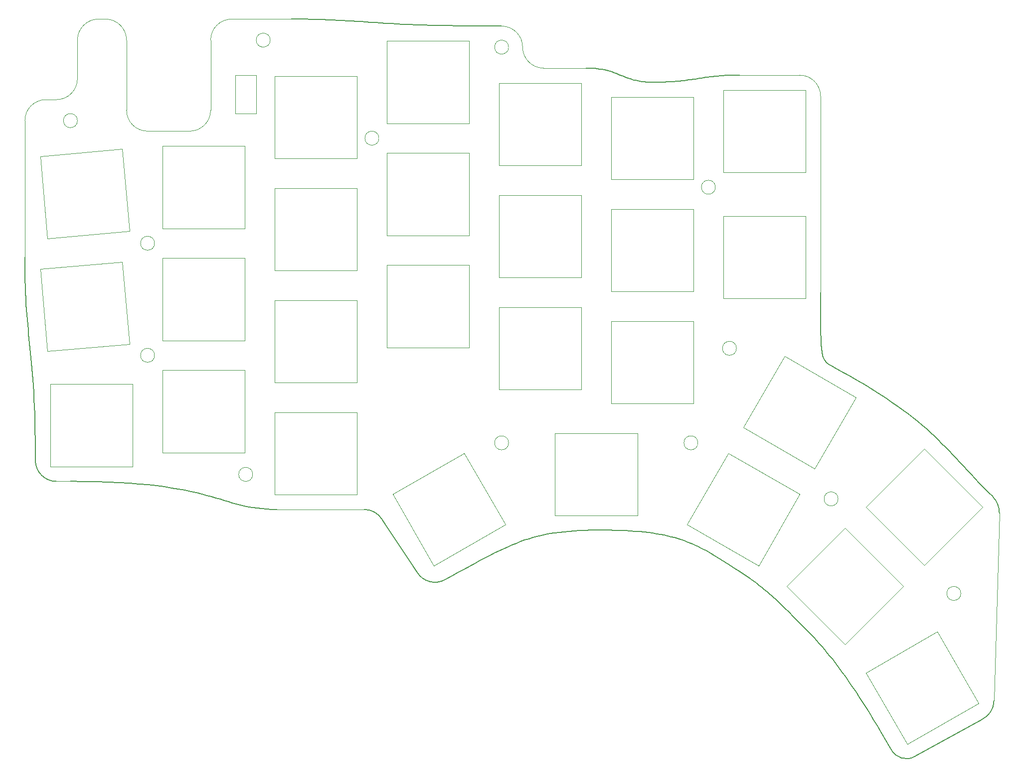
<source format=gm1>
G04 #@! TF.GenerationSoftware,KiCad,Pcbnew,7.0.5*
G04 #@! TF.CreationDate,2023-06-13T17:16:02+02:00*
G04 #@! TF.ProjectId,mykeeb_v7a5-plate,6d796b65-6562-45f7-9637-61352d706c61,rev?*
G04 #@! TF.SameCoordinates,Original*
G04 #@! TF.FileFunction,Profile,NP*
%FSLAX46Y46*%
G04 Gerber Fmt 4.6, Leading zero omitted, Abs format (unit mm)*
G04 Created by KiCad (PCBNEW 7.0.5) date 2023-06-13 17:16:02*
%MOMM*%
%LPD*%
G01*
G04 APERTURE LIST*
%ADD10C,0.160000*%
G04 #@! TA.AperFunction,Profile*
%ADD11C,0.160000*%
G04 #@! TD*
G04 #@! TA.AperFunction,Profile*
%ADD12C,0.038100*%
G04 #@! TD*
G04 #@! TA.AperFunction,Profile*
%ADD13C,0.100000*%
G04 #@! TD*
G04 #@! TA.AperFunction,Profile*
%ADD14C,0.120000*%
G04 #@! TD*
G04 APERTURE END LIST*
D10*
X149469013Y-143733231D02*
X149966221Y-144234000D01*
X150453837Y-144732589D01*
X150932733Y-145230306D01*
X151403780Y-145728459D01*
X151867851Y-146228356D01*
X152325817Y-146731306D01*
X152778552Y-147238615D01*
X153226926Y-147751593D01*
X153671812Y-148271547D01*
X154114082Y-148799786D01*
X154554608Y-149337617D01*
X154994261Y-149886348D01*
X155433915Y-150447289D01*
X155874441Y-151021745D01*
X156316711Y-151611027D01*
X156761597Y-152216441D01*
X157209971Y-152839296D01*
X157662705Y-153480900D01*
X158120672Y-154142560D01*
X158584743Y-154825586D01*
X159055790Y-155531285D01*
X159534686Y-156260965D01*
X160022302Y-157015934D01*
X160519510Y-157797500D01*
X161027183Y-158606972D01*
X161546192Y-159445657D01*
X162077410Y-160314863D01*
X162621709Y-161215899D01*
X163179960Y-162150072D01*
X163753036Y-163118691D01*
X164341809Y-164123064D01*
X164947151Y-165164499D01*
X19645329Y-116086035D02*
X19640205Y-114300786D01*
X19625272Y-112624324D01*
X19601181Y-111050327D01*
X19568589Y-109572473D01*
X19528148Y-108184439D01*
X19480513Y-106879903D01*
X19426337Y-105652542D01*
X19366276Y-104496035D01*
X19300981Y-103404058D01*
X19231109Y-102370290D01*
X19157313Y-101388409D01*
X19080246Y-100452092D01*
X19000564Y-99555017D01*
X18918919Y-98690861D01*
X18835966Y-97853302D01*
X18752359Y-97036019D01*
X18668752Y-96232687D01*
X18585799Y-95436987D01*
X18504154Y-94642594D01*
X18424472Y-93843187D01*
X18347405Y-93032444D01*
X18273609Y-92204042D01*
X18203737Y-91351659D01*
X18138442Y-90468972D01*
X18078381Y-89549660D01*
X18024205Y-88587399D01*
X17976570Y-87575869D01*
X17936129Y-86508745D01*
X17903537Y-85379707D01*
X17879446Y-84182432D01*
X17864513Y-82910597D01*
X17859390Y-81557881D01*
D11*
X19645335Y-116086035D02*
G75*
G03*
X23217207Y-119657865I3571765J-65D01*
G01*
D12*
X23217207Y-119657865D02*
X25598459Y-119657913D01*
D13*
X21431268Y-54768800D02*
G75*
G03*
X17859390Y-58340674I-8J-3571870D01*
G01*
D12*
X49410979Y-56554735D02*
X49410979Y-44648475D01*
X38695345Y-60126613D02*
X45839101Y-60126613D01*
D13*
X30360963Y-41076605D02*
G75*
G03*
X26789085Y-44648475I-13J-3571865D01*
G01*
D12*
X39885971Y-98226645D02*
G75*
G03*
X39885971Y-98226645I-1190626J0D01*
G01*
X100012584Y-113109470D02*
G75*
G03*
X100012584Y-113109470I-1190626J0D01*
G01*
D13*
X26789085Y-51196918D02*
X26789085Y-44648475D01*
D10*
X124420417Y-51792231D02*
X125123735Y-51788815D01*
X125784433Y-51778859D01*
X126405235Y-51762799D01*
X126988867Y-51741071D01*
X127538052Y-51714110D01*
X128055517Y-51682353D01*
X128543987Y-51646236D01*
X129006187Y-51606195D01*
X129444842Y-51562666D01*
X129862676Y-51516084D01*
X130262416Y-51466887D01*
X130646786Y-51415509D01*
X131018511Y-51362387D01*
X131380317Y-51307957D01*
X131734929Y-51252655D01*
X132085071Y-51196918D01*
X132433470Y-51141180D01*
X132782849Y-51085878D01*
X133135935Y-51031448D01*
X133495452Y-50978326D01*
X133864125Y-50926948D01*
X134244680Y-50877751D01*
X134639841Y-50831169D01*
X135052335Y-50787640D01*
X135484885Y-50747599D01*
X135940217Y-50711482D01*
X136421057Y-50679725D01*
X136930129Y-50652764D01*
X137470158Y-50631036D01*
X138043870Y-50614976D01*
X138653989Y-50605020D01*
X139303242Y-50601605D01*
D12*
X77986003Y-61317239D02*
G75*
G03*
X77986003Y-61317239I-1190626J0D01*
G01*
X17859390Y-58340674D02*
X17859390Y-81557881D01*
D10*
X152995441Y-87511011D02*
X152995495Y-88538656D01*
X152995877Y-89502315D01*
X152996912Y-90404277D01*
X152998929Y-91246832D01*
X153002253Y-92032268D01*
X153007213Y-92762875D01*
X153014135Y-93440941D01*
X153023346Y-94068755D01*
X153035173Y-94648608D01*
X153049943Y-95182787D01*
X153067983Y-95673582D01*
X153089621Y-96123283D01*
X153115183Y-96534177D01*
X153144995Y-96908555D01*
X153179387Y-97248706D01*
X153218683Y-97556917D01*
X153263211Y-97835480D01*
X153313299Y-98086682D01*
X153369273Y-98312813D01*
X153431461Y-98516162D01*
X153500188Y-98699018D01*
X153575783Y-98863670D01*
X153658573Y-99012408D01*
X153748884Y-99147519D01*
X153953377Y-99386022D01*
X154191880Y-99597492D01*
X154324703Y-99698812D01*
X154467009Y-99800242D01*
X154619125Y-99904069D01*
X154781380Y-100012584D01*
D13*
X45839101Y-60126619D02*
G75*
G03*
X49410979Y-56554735I-1J3571879D01*
G01*
X102393877Y-45839101D02*
G75*
G03*
X98821958Y-42267223I-3571877J1D01*
G01*
X139303242Y-50601605D02*
X147042311Y-50601605D01*
D11*
X78581316Y-126206356D02*
X84417666Y-135019586D01*
D13*
X35123467Y-56554735D02*
G75*
G03*
X38695345Y-60126613I3571873J-5D01*
G01*
D10*
X124420417Y-51792231D02*
X123933473Y-51785400D01*
X123475851Y-51765488D01*
X123045481Y-51733368D01*
X122640291Y-51689911D01*
X122258210Y-51635990D01*
X121897167Y-51572476D01*
X121555091Y-51500242D01*
X121229911Y-51420160D01*
X120919555Y-51333101D01*
X120621953Y-51239938D01*
X120335034Y-51141543D01*
X120056726Y-51038787D01*
X119784958Y-50932544D01*
X119517659Y-50823684D01*
X119252759Y-50713080D01*
X118988185Y-50601605D01*
X118721868Y-50490129D01*
X118451735Y-50379525D01*
X118175716Y-50270665D01*
X117891740Y-50164422D01*
X117597735Y-50061666D01*
X117291631Y-49963271D01*
X116971355Y-49870108D01*
X116634839Y-49783049D01*
X116280009Y-49702967D01*
X115904795Y-49630733D01*
X115507127Y-49567219D01*
X115084932Y-49513298D01*
X114636140Y-49469841D01*
X114158680Y-49437721D01*
X113650480Y-49417809D01*
X113109470Y-49410979D01*
D11*
X169068892Y-166376938D02*
X180379839Y-160139197D01*
D12*
X63103178Y-41076597D02*
X52982857Y-41076597D01*
X135136051Y-69651621D02*
G75*
G03*
X135136051Y-69651621I-1190626J0D01*
G01*
D13*
X35123503Y-44648475D02*
G75*
G03*
X31551589Y-41076597I-3571903J-25D01*
G01*
D12*
X35123467Y-44648475D02*
X35123467Y-56554735D01*
D13*
X75487943Y-124420403D02*
X60721926Y-124420417D01*
X105965714Y-49410979D02*
X113109470Y-49410979D01*
X52982857Y-41076589D02*
G75*
G03*
X49410979Y-44648475I3J-3571881D01*
G01*
D10*
X116132283Y-127928273D02*
X115041685Y-127933598D01*
X114000132Y-127949944D01*
X113004344Y-127977868D01*
X112051043Y-128017927D01*
X111136949Y-128070677D01*
X110258785Y-128136676D01*
X109413271Y-128216480D01*
X108597130Y-128310645D01*
X107807082Y-128419729D01*
X107039849Y-128544288D01*
X106292152Y-128684879D01*
X105560712Y-128842059D01*
X104842252Y-129016384D01*
X104133492Y-129208412D01*
X103431154Y-129418698D01*
X102731959Y-129647800D01*
X102032628Y-129896275D01*
X101329884Y-130164678D01*
X100620446Y-130453568D01*
X99901038Y-130763501D01*
X99168379Y-131095032D01*
X98419192Y-131448721D01*
X97650197Y-131825122D01*
X96858117Y-132224792D01*
X96039672Y-132648289D01*
X95191584Y-133096170D01*
X94310575Y-133568990D01*
X93393365Y-134067307D01*
X92436676Y-134591677D01*
X91437229Y-135142658D01*
X90391747Y-135720805D01*
X89296950Y-136326677D01*
D13*
X152995495Y-54173483D02*
G75*
G03*
X149423563Y-50601605I-3571895J-17D01*
G01*
D12*
X26789085Y-58340674D02*
G75*
G03*
X26789085Y-58340674I-1190626J0D01*
G01*
X176807961Y-138707929D02*
G75*
G03*
X176807961Y-138707929I-1190626J0D01*
G01*
D11*
X84417693Y-135019570D02*
G75*
G03*
X89296950Y-136326677I3093207J1786170D01*
G01*
D13*
X31551589Y-41076597D02*
X30360963Y-41076597D01*
D10*
X25598459Y-119657913D02*
X27870324Y-119671574D01*
X30002118Y-119711398D01*
X32000272Y-119775638D01*
X33871216Y-119862551D01*
X35621383Y-119970394D01*
X37257204Y-120097421D01*
X38785110Y-120241889D01*
X40211532Y-120402054D01*
X41542902Y-120576171D01*
X42785651Y-120762497D01*
X43946209Y-120959288D01*
X45031010Y-121164799D01*
X46046483Y-121377286D01*
X46999060Y-121595005D01*
X47895172Y-121816213D01*
X48741251Y-122039165D01*
X49543729Y-122262116D01*
X50309035Y-122483324D01*
X51043602Y-122701043D01*
X51753861Y-122913530D01*
X52446243Y-123119041D01*
X53127179Y-123315832D01*
X53803101Y-123502158D01*
X54480441Y-123676275D01*
X55165628Y-123836440D01*
X55865096Y-123980908D01*
X56585274Y-124107935D01*
X57332595Y-124215778D01*
X58113489Y-124302691D01*
X58934388Y-124366931D01*
X59801723Y-124406755D01*
X60721926Y-124420417D01*
D12*
X59531300Y-44648475D02*
G75*
G03*
X59531300Y-44648475I-1190626J0D01*
G01*
X147042311Y-50601605D02*
X149423563Y-50601605D01*
D11*
X183356377Y-125015730D02*
G75*
G03*
X182251803Y-122275750I-3950577J30D01*
G01*
D12*
X182445562Y-156900400D02*
X183356404Y-125015730D01*
X138707929Y-97036019D02*
G75*
G03*
X138707929Y-97036019I-1190626J0D01*
G01*
D10*
X135731364Y-132754799D02*
X136438156Y-133191791D01*
X137108681Y-133610605D01*
X137744775Y-134012455D01*
X138348275Y-134398550D01*
X138921018Y-134770104D01*
X139464839Y-135128328D01*
X139981576Y-135474434D01*
X140473064Y-135809633D01*
X140941140Y-136135137D01*
X141387641Y-136452159D01*
X141814402Y-136761910D01*
X142223261Y-137065602D01*
X142616054Y-137364446D01*
X142994617Y-137659655D01*
X143360787Y-137952441D01*
X143716400Y-138244015D01*
X144063292Y-138535588D01*
X144403301Y-138828374D01*
X144738262Y-139123583D01*
X145070012Y-139422427D01*
X145400387Y-139726119D01*
X145731225Y-140035870D01*
X146064360Y-140352892D01*
X146401630Y-140678396D01*
X146744871Y-141013595D01*
X147095920Y-141359701D01*
X147456613Y-141717925D01*
X147828786Y-142089479D01*
X148214276Y-142475574D01*
X148614920Y-142877424D01*
X149032553Y-143296238D01*
X149469013Y-143733231D01*
X116132283Y-127928273D02*
X117113836Y-127939121D01*
X118058836Y-127959622D01*
X118968556Y-127989713D01*
X119844271Y-128029332D01*
X120687255Y-128078417D01*
X121498782Y-128136905D01*
X122280127Y-128204735D01*
X123032563Y-128281844D01*
X123757364Y-128368170D01*
X124455806Y-128463652D01*
X125129161Y-128568227D01*
X125778705Y-128681833D01*
X126405711Y-128804408D01*
X127011454Y-128935889D01*
X127597208Y-129076215D01*
X128164247Y-129225324D01*
X128713845Y-129383153D01*
X129247276Y-129549640D01*
X129765815Y-129724723D01*
X130270735Y-129908341D01*
X130763312Y-130100430D01*
X131244819Y-130300930D01*
X131716530Y-130509777D01*
X132179719Y-130726909D01*
X132635661Y-130952265D01*
X133085630Y-131185783D01*
X133530900Y-131427400D01*
X133972746Y-131677054D01*
X134412441Y-131934683D01*
X134851259Y-132200224D01*
X135290475Y-132473617D01*
X135731364Y-132754799D01*
D12*
X21431268Y-54768796D02*
X23217207Y-54768796D01*
D11*
X78581314Y-126206357D02*
G75*
G03*
X75487943Y-124420403I-3093414J-1786043D01*
G01*
D12*
X132159486Y-113109470D02*
G75*
G03*
X132159486Y-113109470I-1190626J0D01*
G01*
D13*
X102393821Y-45839101D02*
G75*
G03*
X105965714Y-49410979I3571779J-99D01*
G01*
D11*
X180379835Y-160139189D02*
G75*
G03*
X182445562Y-156900400I-1506135J3238789D01*
G01*
D12*
X56554735Y-118467287D02*
G75*
G03*
X56554735Y-118467287I-1190626J0D01*
G01*
D11*
X164947159Y-165164495D02*
G75*
G03*
X169068892Y-166376938I2607241J1251195D01*
G01*
D10*
X98821958Y-42267223D02*
X96766340Y-42263807D01*
X94836732Y-42253851D01*
X93026594Y-42237791D01*
X91329385Y-42216063D01*
X89738565Y-42189102D01*
X88247594Y-42157345D01*
X86849931Y-42121228D01*
X85539036Y-42081187D01*
X84308369Y-42037658D01*
X83151389Y-41991076D01*
X82061557Y-41941879D01*
X81032331Y-41890501D01*
X80057171Y-41837379D01*
X79129538Y-41782949D01*
X78242891Y-41727647D01*
X77390690Y-41671910D01*
X76566393Y-41616172D01*
X75763462Y-41560870D01*
X74975355Y-41506440D01*
X74195533Y-41453318D01*
X73417455Y-41401940D01*
X72634580Y-41352743D01*
X71840370Y-41306161D01*
X71028282Y-41262632D01*
X70191777Y-41222591D01*
X69324315Y-41186474D01*
X68419355Y-41154717D01*
X67470356Y-41127756D01*
X66470780Y-41106028D01*
X65414085Y-41089968D01*
X64293731Y-41080012D01*
X63103178Y-41076597D01*
X154781380Y-100012584D02*
X156362782Y-100874146D01*
X157853782Y-101707135D01*
X159258757Y-102513338D01*
X160582083Y-103294543D01*
X161828134Y-104052536D01*
X163001288Y-104789107D01*
X164105920Y-105506040D01*
X165146407Y-106205125D01*
X166127123Y-106888149D01*
X167052445Y-107556898D01*
X167926750Y-108213161D01*
X168754412Y-108858724D01*
X169539808Y-109495376D01*
X170287315Y-110124903D01*
X171001307Y-110749093D01*
X171686160Y-111369734D01*
X172346252Y-111988612D01*
X172985957Y-112607516D01*
X173609652Y-113228232D01*
X174221712Y-113852547D01*
X174826515Y-114482251D01*
X175428434Y-115119129D01*
X176031847Y-115764969D01*
X176641129Y-116421559D01*
X177260657Y-117090686D01*
X177894806Y-117774137D01*
X178547953Y-118473700D01*
X179224472Y-119191162D01*
X179928741Y-119928310D01*
X180665135Y-120686933D01*
X181438030Y-121468817D01*
X182251803Y-122275750D01*
D12*
X39885971Y-79176629D02*
G75*
G03*
X39885971Y-79176629I-1190626J0D01*
G01*
X53578170Y-50601605D02*
X57150048Y-50601605D01*
X57150048Y-57150048D01*
X53578170Y-57150048D01*
X53578170Y-50601605D01*
X155972006Y-122634478D02*
G75*
G03*
X155972006Y-122634478I-1190626J0D01*
G01*
D13*
X23217207Y-54768795D02*
G75*
G03*
X26789085Y-51196918I3J3571875D01*
G01*
X152995441Y-87511011D02*
X152995441Y-54173483D01*
D12*
X100012584Y-45839101D02*
G75*
G03*
X100012584Y-45839101I-1190626J0D01*
G01*
D14*
X137336377Y-114858239D02*
X130336377Y-126982595D01*
X130336377Y-126982595D02*
X142460733Y-133982595D01*
X149460733Y-121858239D02*
X137336377Y-114858239D01*
X142460733Y-133982595D02*
X149460733Y-121858239D01*
X34407558Y-63187894D02*
X20460832Y-64408074D01*
X20460832Y-64408074D02*
X21681012Y-78354800D01*
X35627738Y-77134620D02*
X34407558Y-63187894D01*
X21681012Y-78354800D02*
X35627738Y-77134620D01*
X60270385Y-69795303D02*
X60270385Y-83795303D01*
X60270385Y-83795303D02*
X74270385Y-83795303D01*
X74270385Y-69795303D02*
X60270385Y-69795303D01*
X74270385Y-83795303D02*
X74270385Y-69795303D01*
X41220385Y-100751603D02*
X41220385Y-114751603D01*
X41220385Y-114751603D02*
X55220385Y-114751603D01*
X55220385Y-100751603D02*
X41220385Y-100751603D01*
X55220385Y-114751603D02*
X55220385Y-100751603D01*
X98370385Y-70986003D02*
X98370385Y-84986003D01*
X98370385Y-84986003D02*
X112370385Y-84986003D01*
X112370385Y-70986003D02*
X98370385Y-70986003D01*
X112370385Y-84986003D02*
X112370385Y-70986003D01*
X79320385Y-44792171D02*
X79320385Y-58792171D01*
X79320385Y-58792171D02*
X93320385Y-58792171D01*
X93320385Y-44792171D02*
X79320385Y-44792171D01*
X93320385Y-58792171D02*
X93320385Y-44792171D01*
X36170385Y-103132847D02*
X22170385Y-103132847D01*
X22170385Y-103132847D02*
X22170385Y-117132847D01*
X36170385Y-117132847D02*
X36170385Y-103132847D01*
X22170385Y-117132847D02*
X36170385Y-117132847D01*
X107895409Y-111467347D02*
X107895409Y-125467347D01*
X107895409Y-125467347D02*
X121895409Y-125467347D01*
X121895409Y-111467347D02*
X107895409Y-111467347D01*
X121895409Y-125467347D02*
X121895409Y-111467347D01*
X157162632Y-127617808D02*
X147263137Y-137517303D01*
X147263137Y-137517303D02*
X157162632Y-147416798D01*
X167062127Y-137517303D02*
X157162632Y-127617808D01*
X157162632Y-147416798D02*
X167062127Y-137517303D01*
X41220353Y-62651561D02*
X41220353Y-76651561D01*
X41220353Y-76651561D02*
X55220353Y-76651561D01*
X55220353Y-62651561D02*
X41220353Y-62651561D01*
X55220353Y-76651561D02*
X55220353Y-62651561D01*
X172821696Y-145219202D02*
X160697340Y-152219202D01*
X160697340Y-152219202D02*
X167697340Y-164343558D01*
X179821696Y-157343558D02*
X172821696Y-145219202D01*
X167697340Y-164343558D02*
X179821696Y-157343558D01*
X170633028Y-133946402D02*
X180532523Y-124046907D01*
X180532523Y-124046907D02*
X170633028Y-114147412D01*
X160733533Y-124046907D02*
X170633028Y-133946402D01*
X170633028Y-114147412D02*
X160733533Y-124046907D01*
X98370385Y-90036003D02*
X98370385Y-104036003D01*
X98370385Y-104036003D02*
X112370385Y-104036003D01*
X112370385Y-90036003D02*
X98370385Y-90036003D01*
X112370385Y-104036003D02*
X112370385Y-90036003D01*
X117420385Y-92417203D02*
X117420385Y-106417203D01*
X117420385Y-106417203D02*
X131420385Y-106417203D01*
X131420385Y-92417203D02*
X117420385Y-92417203D01*
X131420385Y-106417203D02*
X131420385Y-92417203D01*
X79320385Y-82892203D02*
X79320385Y-96892203D01*
X79320385Y-96892203D02*
X93320385Y-96892203D01*
X93320385Y-82892203D02*
X79320385Y-82892203D01*
X93320385Y-96892203D02*
X93320385Y-82892203D01*
X60270385Y-88845303D02*
X60270385Y-102845303D01*
X60270385Y-102845303D02*
X74270385Y-102845303D01*
X74270385Y-88845303D02*
X60270385Y-88845303D01*
X74270385Y-102845303D02*
X74270385Y-88845303D01*
X117420417Y-54317179D02*
X117420417Y-68317179D01*
X117420417Y-68317179D02*
X131420417Y-68317179D01*
X131420417Y-54317179D02*
X117420417Y-54317179D01*
X131420417Y-68317179D02*
X131420417Y-54317179D01*
X136470433Y-67126613D02*
X150470433Y-67126613D01*
X150470433Y-67126613D02*
X150470433Y-53126613D01*
X136470433Y-53126613D02*
X136470433Y-67126613D01*
X150470433Y-53126613D02*
X136470433Y-53126613D01*
X151985741Y-117484797D02*
X158985741Y-105360441D01*
X158985741Y-105360441D02*
X146861385Y-98360441D01*
X139861385Y-110484797D02*
X151985741Y-117484797D01*
X146861385Y-98360441D02*
X139861385Y-110484797D01*
X117420385Y-73367203D02*
X117420385Y-87367203D01*
X117420385Y-87367203D02*
X131420385Y-87367203D01*
X131420385Y-73367203D02*
X117420385Y-73367203D01*
X131420385Y-87367203D02*
X131420385Y-73367203D01*
X60270369Y-50745301D02*
X60270369Y-64745301D01*
X60270369Y-64745301D02*
X74270369Y-64745301D01*
X74270369Y-50745301D02*
X60270369Y-50745301D01*
X74270369Y-64745301D02*
X74270369Y-50745301D01*
X60270369Y-107895409D02*
X60270369Y-121895409D01*
X60270369Y-121895409D02*
X74270369Y-121895409D01*
X74270369Y-107895409D02*
X60270369Y-107895409D01*
X74270369Y-121895409D02*
X74270369Y-107895409D01*
X34407558Y-82370694D02*
X20460832Y-83590874D01*
X20460832Y-83590874D02*
X21681012Y-97537600D01*
X35627738Y-96317420D02*
X34407558Y-82370694D01*
X21681012Y-97537600D02*
X35627738Y-96317420D01*
X136470433Y-88557881D02*
X150470433Y-88557881D01*
X150470433Y-88557881D02*
X150470433Y-74557881D01*
X136470433Y-74557881D02*
X136470433Y-88557881D01*
X150470433Y-74557881D02*
X136470433Y-74557881D01*
X80330085Y-121858239D02*
X87330085Y-133982595D01*
X87330085Y-133982595D02*
X99454441Y-126982595D01*
X92454441Y-114858239D02*
X80330085Y-121858239D01*
X99454441Y-126982595D02*
X92454441Y-114858239D01*
X41220385Y-81701603D02*
X41220385Y-95701603D01*
X41220385Y-95701603D02*
X55220385Y-95701603D01*
X55220385Y-81701603D02*
X41220385Y-81701603D01*
X55220385Y-95701603D02*
X55220385Y-81701603D01*
X79320385Y-63842203D02*
X79320385Y-77842203D01*
X79320385Y-77842203D02*
X93320385Y-77842203D01*
X93320385Y-63842203D02*
X79320385Y-63842203D01*
X93320385Y-77842203D02*
X93320385Y-63842203D01*
X98370401Y-51935927D02*
X98370401Y-65935927D01*
X98370401Y-65935927D02*
X112370401Y-65935927D01*
X112370401Y-51935927D02*
X98370401Y-51935927D01*
X112370401Y-65935927D02*
X112370401Y-51935927D01*
M02*

</source>
